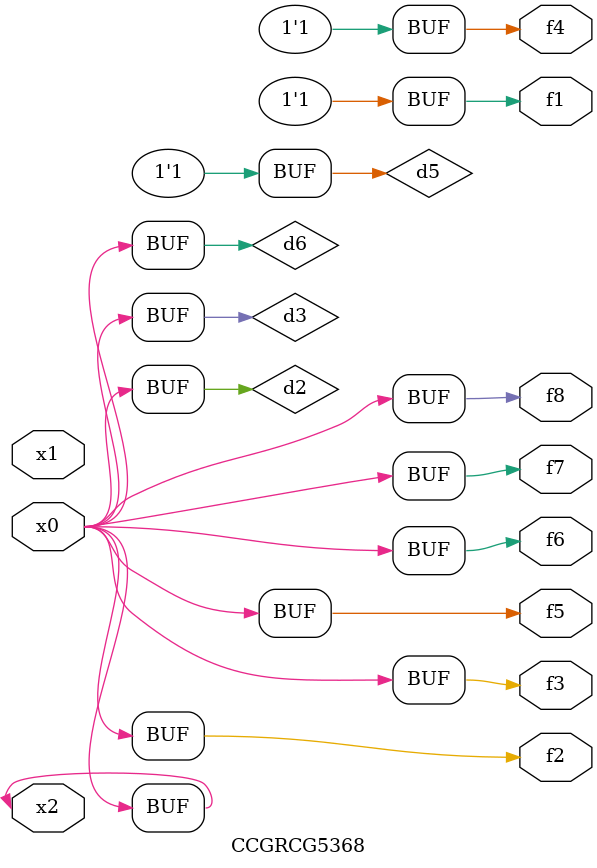
<source format=v>
module CCGRCG5368(
	input x0, x1, x2,
	output f1, f2, f3, f4, f5, f6, f7, f8
);

	wire d1, d2, d3, d4, d5, d6;

	xnor (d1, x2);
	buf (d2, x0, x2);
	and (d3, x0);
	xnor (d4, x1, x2);
	nand (d5, d1, d3);
	buf (d6, d2, d3);
	assign f1 = d5;
	assign f2 = d6;
	assign f3 = d6;
	assign f4 = d5;
	assign f5 = d6;
	assign f6 = d6;
	assign f7 = d6;
	assign f8 = d6;
endmodule

</source>
